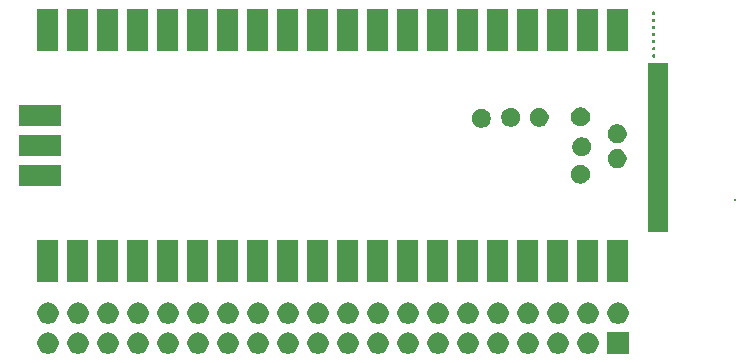
<source format=gbr>
G04 #@! TF.GenerationSoftware,KiCad,Pcbnew,5.1.5+dfsg1-2build2*
G04 #@! TF.CreationDate,2023-09-14T16:19:52+02:00*
G04 #@! TF.ProjectId,CCS_pico_board_2,4343535f-7069-4636-9f5f-626f6172645f,rev?*
G04 #@! TF.SameCoordinates,Original*
G04 #@! TF.FileFunction,Soldermask,Top*
G04 #@! TF.FilePolarity,Negative*
%FSLAX46Y46*%
G04 Gerber Fmt 4.6, Leading zero omitted, Abs format (unit mm)*
G04 Created by KiCad (PCBNEW 5.1.5+dfsg1-2build2) date 2023-09-14 16:19:52*
%MOMM*%
%LPD*%
G04 APERTURE LIST*
%ADD10C,0.100000*%
G04 APERTURE END LIST*
D10*
G36*
X85200000Y-94200000D02*
G01*
X83600000Y-94200000D01*
X83600000Y-80000000D01*
X85200000Y-80000000D01*
X85200000Y-94200000D01*
G37*
X85200000Y-94200000D02*
X83600000Y-94200000D01*
X83600000Y-80000000D01*
X85200000Y-80000000D01*
X85200000Y-94200000D01*
G36*
X32928512Y-102828927D02*
G01*
X33077812Y-102858624D01*
X33241784Y-102926544D01*
X33389354Y-103025147D01*
X33514853Y-103150646D01*
X33613456Y-103298216D01*
X33681376Y-103462188D01*
X33716000Y-103636259D01*
X33716000Y-103813741D01*
X33681376Y-103987812D01*
X33613456Y-104151784D01*
X33514853Y-104299354D01*
X33389354Y-104424853D01*
X33241784Y-104523456D01*
X33077812Y-104591376D01*
X32928512Y-104621073D01*
X32903742Y-104626000D01*
X32726258Y-104626000D01*
X32701488Y-104621073D01*
X32552188Y-104591376D01*
X32388216Y-104523456D01*
X32240646Y-104424853D01*
X32115147Y-104299354D01*
X32016544Y-104151784D01*
X31948624Y-103987812D01*
X31914000Y-103813741D01*
X31914000Y-103636259D01*
X31948624Y-103462188D01*
X32016544Y-103298216D01*
X32115147Y-103150646D01*
X32240646Y-103025147D01*
X32388216Y-102926544D01*
X32552188Y-102858624D01*
X32701488Y-102828927D01*
X32726258Y-102824000D01*
X32903742Y-102824000D01*
X32928512Y-102828927D01*
G37*
G36*
X58328512Y-102828927D02*
G01*
X58477812Y-102858624D01*
X58641784Y-102926544D01*
X58789354Y-103025147D01*
X58914853Y-103150646D01*
X59013456Y-103298216D01*
X59081376Y-103462188D01*
X59116000Y-103636259D01*
X59116000Y-103813741D01*
X59081376Y-103987812D01*
X59013456Y-104151784D01*
X58914853Y-104299354D01*
X58789354Y-104424853D01*
X58641784Y-104523456D01*
X58477812Y-104591376D01*
X58328512Y-104621073D01*
X58303742Y-104626000D01*
X58126258Y-104626000D01*
X58101488Y-104621073D01*
X57952188Y-104591376D01*
X57788216Y-104523456D01*
X57640646Y-104424853D01*
X57515147Y-104299354D01*
X57416544Y-104151784D01*
X57348624Y-103987812D01*
X57314000Y-103813741D01*
X57314000Y-103636259D01*
X57348624Y-103462188D01*
X57416544Y-103298216D01*
X57515147Y-103150646D01*
X57640646Y-103025147D01*
X57788216Y-102926544D01*
X57952188Y-102858624D01*
X58101488Y-102828927D01*
X58126258Y-102824000D01*
X58303742Y-102824000D01*
X58328512Y-102828927D01*
G37*
G36*
X81976000Y-104626000D02*
G01*
X80174000Y-104626000D01*
X80174000Y-102824000D01*
X81976000Y-102824000D01*
X81976000Y-104626000D01*
G37*
G36*
X76108512Y-102828927D02*
G01*
X76257812Y-102858624D01*
X76421784Y-102926544D01*
X76569354Y-103025147D01*
X76694853Y-103150646D01*
X76793456Y-103298216D01*
X76861376Y-103462188D01*
X76896000Y-103636259D01*
X76896000Y-103813741D01*
X76861376Y-103987812D01*
X76793456Y-104151784D01*
X76694853Y-104299354D01*
X76569354Y-104424853D01*
X76421784Y-104523456D01*
X76257812Y-104591376D01*
X76108512Y-104621073D01*
X76083742Y-104626000D01*
X75906258Y-104626000D01*
X75881488Y-104621073D01*
X75732188Y-104591376D01*
X75568216Y-104523456D01*
X75420646Y-104424853D01*
X75295147Y-104299354D01*
X75196544Y-104151784D01*
X75128624Y-103987812D01*
X75094000Y-103813741D01*
X75094000Y-103636259D01*
X75128624Y-103462188D01*
X75196544Y-103298216D01*
X75295147Y-103150646D01*
X75420646Y-103025147D01*
X75568216Y-102926544D01*
X75732188Y-102858624D01*
X75881488Y-102828927D01*
X75906258Y-102824000D01*
X76083742Y-102824000D01*
X76108512Y-102828927D01*
G37*
G36*
X73568512Y-102828927D02*
G01*
X73717812Y-102858624D01*
X73881784Y-102926544D01*
X74029354Y-103025147D01*
X74154853Y-103150646D01*
X74253456Y-103298216D01*
X74321376Y-103462188D01*
X74356000Y-103636259D01*
X74356000Y-103813741D01*
X74321376Y-103987812D01*
X74253456Y-104151784D01*
X74154853Y-104299354D01*
X74029354Y-104424853D01*
X73881784Y-104523456D01*
X73717812Y-104591376D01*
X73568512Y-104621073D01*
X73543742Y-104626000D01*
X73366258Y-104626000D01*
X73341488Y-104621073D01*
X73192188Y-104591376D01*
X73028216Y-104523456D01*
X72880646Y-104424853D01*
X72755147Y-104299354D01*
X72656544Y-104151784D01*
X72588624Y-103987812D01*
X72554000Y-103813741D01*
X72554000Y-103636259D01*
X72588624Y-103462188D01*
X72656544Y-103298216D01*
X72755147Y-103150646D01*
X72880646Y-103025147D01*
X73028216Y-102926544D01*
X73192188Y-102858624D01*
X73341488Y-102828927D01*
X73366258Y-102824000D01*
X73543742Y-102824000D01*
X73568512Y-102828927D01*
G37*
G36*
X71028512Y-102828927D02*
G01*
X71177812Y-102858624D01*
X71341784Y-102926544D01*
X71489354Y-103025147D01*
X71614853Y-103150646D01*
X71713456Y-103298216D01*
X71781376Y-103462188D01*
X71816000Y-103636259D01*
X71816000Y-103813741D01*
X71781376Y-103987812D01*
X71713456Y-104151784D01*
X71614853Y-104299354D01*
X71489354Y-104424853D01*
X71341784Y-104523456D01*
X71177812Y-104591376D01*
X71028512Y-104621073D01*
X71003742Y-104626000D01*
X70826258Y-104626000D01*
X70801488Y-104621073D01*
X70652188Y-104591376D01*
X70488216Y-104523456D01*
X70340646Y-104424853D01*
X70215147Y-104299354D01*
X70116544Y-104151784D01*
X70048624Y-103987812D01*
X70014000Y-103813741D01*
X70014000Y-103636259D01*
X70048624Y-103462188D01*
X70116544Y-103298216D01*
X70215147Y-103150646D01*
X70340646Y-103025147D01*
X70488216Y-102926544D01*
X70652188Y-102858624D01*
X70801488Y-102828927D01*
X70826258Y-102824000D01*
X71003742Y-102824000D01*
X71028512Y-102828927D01*
G37*
G36*
X68488512Y-102828927D02*
G01*
X68637812Y-102858624D01*
X68801784Y-102926544D01*
X68949354Y-103025147D01*
X69074853Y-103150646D01*
X69173456Y-103298216D01*
X69241376Y-103462188D01*
X69276000Y-103636259D01*
X69276000Y-103813741D01*
X69241376Y-103987812D01*
X69173456Y-104151784D01*
X69074853Y-104299354D01*
X68949354Y-104424853D01*
X68801784Y-104523456D01*
X68637812Y-104591376D01*
X68488512Y-104621073D01*
X68463742Y-104626000D01*
X68286258Y-104626000D01*
X68261488Y-104621073D01*
X68112188Y-104591376D01*
X67948216Y-104523456D01*
X67800646Y-104424853D01*
X67675147Y-104299354D01*
X67576544Y-104151784D01*
X67508624Y-103987812D01*
X67474000Y-103813741D01*
X67474000Y-103636259D01*
X67508624Y-103462188D01*
X67576544Y-103298216D01*
X67675147Y-103150646D01*
X67800646Y-103025147D01*
X67948216Y-102926544D01*
X68112188Y-102858624D01*
X68261488Y-102828927D01*
X68286258Y-102824000D01*
X68463742Y-102824000D01*
X68488512Y-102828927D01*
G37*
G36*
X65948512Y-102828927D02*
G01*
X66097812Y-102858624D01*
X66261784Y-102926544D01*
X66409354Y-103025147D01*
X66534853Y-103150646D01*
X66633456Y-103298216D01*
X66701376Y-103462188D01*
X66736000Y-103636259D01*
X66736000Y-103813741D01*
X66701376Y-103987812D01*
X66633456Y-104151784D01*
X66534853Y-104299354D01*
X66409354Y-104424853D01*
X66261784Y-104523456D01*
X66097812Y-104591376D01*
X65948512Y-104621073D01*
X65923742Y-104626000D01*
X65746258Y-104626000D01*
X65721488Y-104621073D01*
X65572188Y-104591376D01*
X65408216Y-104523456D01*
X65260646Y-104424853D01*
X65135147Y-104299354D01*
X65036544Y-104151784D01*
X64968624Y-103987812D01*
X64934000Y-103813741D01*
X64934000Y-103636259D01*
X64968624Y-103462188D01*
X65036544Y-103298216D01*
X65135147Y-103150646D01*
X65260646Y-103025147D01*
X65408216Y-102926544D01*
X65572188Y-102858624D01*
X65721488Y-102828927D01*
X65746258Y-102824000D01*
X65923742Y-102824000D01*
X65948512Y-102828927D01*
G37*
G36*
X63408512Y-102828927D02*
G01*
X63557812Y-102858624D01*
X63721784Y-102926544D01*
X63869354Y-103025147D01*
X63994853Y-103150646D01*
X64093456Y-103298216D01*
X64161376Y-103462188D01*
X64196000Y-103636259D01*
X64196000Y-103813741D01*
X64161376Y-103987812D01*
X64093456Y-104151784D01*
X63994853Y-104299354D01*
X63869354Y-104424853D01*
X63721784Y-104523456D01*
X63557812Y-104591376D01*
X63408512Y-104621073D01*
X63383742Y-104626000D01*
X63206258Y-104626000D01*
X63181488Y-104621073D01*
X63032188Y-104591376D01*
X62868216Y-104523456D01*
X62720646Y-104424853D01*
X62595147Y-104299354D01*
X62496544Y-104151784D01*
X62428624Y-103987812D01*
X62394000Y-103813741D01*
X62394000Y-103636259D01*
X62428624Y-103462188D01*
X62496544Y-103298216D01*
X62595147Y-103150646D01*
X62720646Y-103025147D01*
X62868216Y-102926544D01*
X63032188Y-102858624D01*
X63181488Y-102828927D01*
X63206258Y-102824000D01*
X63383742Y-102824000D01*
X63408512Y-102828927D01*
G37*
G36*
X60868512Y-102828927D02*
G01*
X61017812Y-102858624D01*
X61181784Y-102926544D01*
X61329354Y-103025147D01*
X61454853Y-103150646D01*
X61553456Y-103298216D01*
X61621376Y-103462188D01*
X61656000Y-103636259D01*
X61656000Y-103813741D01*
X61621376Y-103987812D01*
X61553456Y-104151784D01*
X61454853Y-104299354D01*
X61329354Y-104424853D01*
X61181784Y-104523456D01*
X61017812Y-104591376D01*
X60868512Y-104621073D01*
X60843742Y-104626000D01*
X60666258Y-104626000D01*
X60641488Y-104621073D01*
X60492188Y-104591376D01*
X60328216Y-104523456D01*
X60180646Y-104424853D01*
X60055147Y-104299354D01*
X59956544Y-104151784D01*
X59888624Y-103987812D01*
X59854000Y-103813741D01*
X59854000Y-103636259D01*
X59888624Y-103462188D01*
X59956544Y-103298216D01*
X60055147Y-103150646D01*
X60180646Y-103025147D01*
X60328216Y-102926544D01*
X60492188Y-102858624D01*
X60641488Y-102828927D01*
X60666258Y-102824000D01*
X60843742Y-102824000D01*
X60868512Y-102828927D01*
G37*
G36*
X78648512Y-102828927D02*
G01*
X78797812Y-102858624D01*
X78961784Y-102926544D01*
X79109354Y-103025147D01*
X79234853Y-103150646D01*
X79333456Y-103298216D01*
X79401376Y-103462188D01*
X79436000Y-103636259D01*
X79436000Y-103813741D01*
X79401376Y-103987812D01*
X79333456Y-104151784D01*
X79234853Y-104299354D01*
X79109354Y-104424853D01*
X78961784Y-104523456D01*
X78797812Y-104591376D01*
X78648512Y-104621073D01*
X78623742Y-104626000D01*
X78446258Y-104626000D01*
X78421488Y-104621073D01*
X78272188Y-104591376D01*
X78108216Y-104523456D01*
X77960646Y-104424853D01*
X77835147Y-104299354D01*
X77736544Y-104151784D01*
X77668624Y-103987812D01*
X77634000Y-103813741D01*
X77634000Y-103636259D01*
X77668624Y-103462188D01*
X77736544Y-103298216D01*
X77835147Y-103150646D01*
X77960646Y-103025147D01*
X78108216Y-102926544D01*
X78272188Y-102858624D01*
X78421488Y-102828927D01*
X78446258Y-102824000D01*
X78623742Y-102824000D01*
X78648512Y-102828927D01*
G37*
G36*
X53248512Y-102828927D02*
G01*
X53397812Y-102858624D01*
X53561784Y-102926544D01*
X53709354Y-103025147D01*
X53834853Y-103150646D01*
X53933456Y-103298216D01*
X54001376Y-103462188D01*
X54036000Y-103636259D01*
X54036000Y-103813741D01*
X54001376Y-103987812D01*
X53933456Y-104151784D01*
X53834853Y-104299354D01*
X53709354Y-104424853D01*
X53561784Y-104523456D01*
X53397812Y-104591376D01*
X53248512Y-104621073D01*
X53223742Y-104626000D01*
X53046258Y-104626000D01*
X53021488Y-104621073D01*
X52872188Y-104591376D01*
X52708216Y-104523456D01*
X52560646Y-104424853D01*
X52435147Y-104299354D01*
X52336544Y-104151784D01*
X52268624Y-103987812D01*
X52234000Y-103813741D01*
X52234000Y-103636259D01*
X52268624Y-103462188D01*
X52336544Y-103298216D01*
X52435147Y-103150646D01*
X52560646Y-103025147D01*
X52708216Y-102926544D01*
X52872188Y-102858624D01*
X53021488Y-102828927D01*
X53046258Y-102824000D01*
X53223742Y-102824000D01*
X53248512Y-102828927D01*
G37*
G36*
X55788512Y-102828927D02*
G01*
X55937812Y-102858624D01*
X56101784Y-102926544D01*
X56249354Y-103025147D01*
X56374853Y-103150646D01*
X56473456Y-103298216D01*
X56541376Y-103462188D01*
X56576000Y-103636259D01*
X56576000Y-103813741D01*
X56541376Y-103987812D01*
X56473456Y-104151784D01*
X56374853Y-104299354D01*
X56249354Y-104424853D01*
X56101784Y-104523456D01*
X55937812Y-104591376D01*
X55788512Y-104621073D01*
X55763742Y-104626000D01*
X55586258Y-104626000D01*
X55561488Y-104621073D01*
X55412188Y-104591376D01*
X55248216Y-104523456D01*
X55100646Y-104424853D01*
X54975147Y-104299354D01*
X54876544Y-104151784D01*
X54808624Y-103987812D01*
X54774000Y-103813741D01*
X54774000Y-103636259D01*
X54808624Y-103462188D01*
X54876544Y-103298216D01*
X54975147Y-103150646D01*
X55100646Y-103025147D01*
X55248216Y-102926544D01*
X55412188Y-102858624D01*
X55561488Y-102828927D01*
X55586258Y-102824000D01*
X55763742Y-102824000D01*
X55788512Y-102828927D01*
G37*
G36*
X35468512Y-102828927D02*
G01*
X35617812Y-102858624D01*
X35781784Y-102926544D01*
X35929354Y-103025147D01*
X36054853Y-103150646D01*
X36153456Y-103298216D01*
X36221376Y-103462188D01*
X36256000Y-103636259D01*
X36256000Y-103813741D01*
X36221376Y-103987812D01*
X36153456Y-104151784D01*
X36054853Y-104299354D01*
X35929354Y-104424853D01*
X35781784Y-104523456D01*
X35617812Y-104591376D01*
X35468512Y-104621073D01*
X35443742Y-104626000D01*
X35266258Y-104626000D01*
X35241488Y-104621073D01*
X35092188Y-104591376D01*
X34928216Y-104523456D01*
X34780646Y-104424853D01*
X34655147Y-104299354D01*
X34556544Y-104151784D01*
X34488624Y-103987812D01*
X34454000Y-103813741D01*
X34454000Y-103636259D01*
X34488624Y-103462188D01*
X34556544Y-103298216D01*
X34655147Y-103150646D01*
X34780646Y-103025147D01*
X34928216Y-102926544D01*
X35092188Y-102858624D01*
X35241488Y-102828927D01*
X35266258Y-102824000D01*
X35443742Y-102824000D01*
X35468512Y-102828927D01*
G37*
G36*
X38008512Y-102828927D02*
G01*
X38157812Y-102858624D01*
X38321784Y-102926544D01*
X38469354Y-103025147D01*
X38594853Y-103150646D01*
X38693456Y-103298216D01*
X38761376Y-103462188D01*
X38796000Y-103636259D01*
X38796000Y-103813741D01*
X38761376Y-103987812D01*
X38693456Y-104151784D01*
X38594853Y-104299354D01*
X38469354Y-104424853D01*
X38321784Y-104523456D01*
X38157812Y-104591376D01*
X38008512Y-104621073D01*
X37983742Y-104626000D01*
X37806258Y-104626000D01*
X37781488Y-104621073D01*
X37632188Y-104591376D01*
X37468216Y-104523456D01*
X37320646Y-104424853D01*
X37195147Y-104299354D01*
X37096544Y-104151784D01*
X37028624Y-103987812D01*
X36994000Y-103813741D01*
X36994000Y-103636259D01*
X37028624Y-103462188D01*
X37096544Y-103298216D01*
X37195147Y-103150646D01*
X37320646Y-103025147D01*
X37468216Y-102926544D01*
X37632188Y-102858624D01*
X37781488Y-102828927D01*
X37806258Y-102824000D01*
X37983742Y-102824000D01*
X38008512Y-102828927D01*
G37*
G36*
X40548512Y-102828927D02*
G01*
X40697812Y-102858624D01*
X40861784Y-102926544D01*
X41009354Y-103025147D01*
X41134853Y-103150646D01*
X41233456Y-103298216D01*
X41301376Y-103462188D01*
X41336000Y-103636259D01*
X41336000Y-103813741D01*
X41301376Y-103987812D01*
X41233456Y-104151784D01*
X41134853Y-104299354D01*
X41009354Y-104424853D01*
X40861784Y-104523456D01*
X40697812Y-104591376D01*
X40548512Y-104621073D01*
X40523742Y-104626000D01*
X40346258Y-104626000D01*
X40321488Y-104621073D01*
X40172188Y-104591376D01*
X40008216Y-104523456D01*
X39860646Y-104424853D01*
X39735147Y-104299354D01*
X39636544Y-104151784D01*
X39568624Y-103987812D01*
X39534000Y-103813741D01*
X39534000Y-103636259D01*
X39568624Y-103462188D01*
X39636544Y-103298216D01*
X39735147Y-103150646D01*
X39860646Y-103025147D01*
X40008216Y-102926544D01*
X40172188Y-102858624D01*
X40321488Y-102828927D01*
X40346258Y-102824000D01*
X40523742Y-102824000D01*
X40548512Y-102828927D01*
G37*
G36*
X43088512Y-102828927D02*
G01*
X43237812Y-102858624D01*
X43401784Y-102926544D01*
X43549354Y-103025147D01*
X43674853Y-103150646D01*
X43773456Y-103298216D01*
X43841376Y-103462188D01*
X43876000Y-103636259D01*
X43876000Y-103813741D01*
X43841376Y-103987812D01*
X43773456Y-104151784D01*
X43674853Y-104299354D01*
X43549354Y-104424853D01*
X43401784Y-104523456D01*
X43237812Y-104591376D01*
X43088512Y-104621073D01*
X43063742Y-104626000D01*
X42886258Y-104626000D01*
X42861488Y-104621073D01*
X42712188Y-104591376D01*
X42548216Y-104523456D01*
X42400646Y-104424853D01*
X42275147Y-104299354D01*
X42176544Y-104151784D01*
X42108624Y-103987812D01*
X42074000Y-103813741D01*
X42074000Y-103636259D01*
X42108624Y-103462188D01*
X42176544Y-103298216D01*
X42275147Y-103150646D01*
X42400646Y-103025147D01*
X42548216Y-102926544D01*
X42712188Y-102858624D01*
X42861488Y-102828927D01*
X42886258Y-102824000D01*
X43063742Y-102824000D01*
X43088512Y-102828927D01*
G37*
G36*
X45628512Y-102828927D02*
G01*
X45777812Y-102858624D01*
X45941784Y-102926544D01*
X46089354Y-103025147D01*
X46214853Y-103150646D01*
X46313456Y-103298216D01*
X46381376Y-103462188D01*
X46416000Y-103636259D01*
X46416000Y-103813741D01*
X46381376Y-103987812D01*
X46313456Y-104151784D01*
X46214853Y-104299354D01*
X46089354Y-104424853D01*
X45941784Y-104523456D01*
X45777812Y-104591376D01*
X45628512Y-104621073D01*
X45603742Y-104626000D01*
X45426258Y-104626000D01*
X45401488Y-104621073D01*
X45252188Y-104591376D01*
X45088216Y-104523456D01*
X44940646Y-104424853D01*
X44815147Y-104299354D01*
X44716544Y-104151784D01*
X44648624Y-103987812D01*
X44614000Y-103813741D01*
X44614000Y-103636259D01*
X44648624Y-103462188D01*
X44716544Y-103298216D01*
X44815147Y-103150646D01*
X44940646Y-103025147D01*
X45088216Y-102926544D01*
X45252188Y-102858624D01*
X45401488Y-102828927D01*
X45426258Y-102824000D01*
X45603742Y-102824000D01*
X45628512Y-102828927D01*
G37*
G36*
X48168512Y-102828927D02*
G01*
X48317812Y-102858624D01*
X48481784Y-102926544D01*
X48629354Y-103025147D01*
X48754853Y-103150646D01*
X48853456Y-103298216D01*
X48921376Y-103462188D01*
X48956000Y-103636259D01*
X48956000Y-103813741D01*
X48921376Y-103987812D01*
X48853456Y-104151784D01*
X48754853Y-104299354D01*
X48629354Y-104424853D01*
X48481784Y-104523456D01*
X48317812Y-104591376D01*
X48168512Y-104621073D01*
X48143742Y-104626000D01*
X47966258Y-104626000D01*
X47941488Y-104621073D01*
X47792188Y-104591376D01*
X47628216Y-104523456D01*
X47480646Y-104424853D01*
X47355147Y-104299354D01*
X47256544Y-104151784D01*
X47188624Y-103987812D01*
X47154000Y-103813741D01*
X47154000Y-103636259D01*
X47188624Y-103462188D01*
X47256544Y-103298216D01*
X47355147Y-103150646D01*
X47480646Y-103025147D01*
X47628216Y-102926544D01*
X47792188Y-102858624D01*
X47941488Y-102828927D01*
X47966258Y-102824000D01*
X48143742Y-102824000D01*
X48168512Y-102828927D01*
G37*
G36*
X50708512Y-102828927D02*
G01*
X50857812Y-102858624D01*
X51021784Y-102926544D01*
X51169354Y-103025147D01*
X51294853Y-103150646D01*
X51393456Y-103298216D01*
X51461376Y-103462188D01*
X51496000Y-103636259D01*
X51496000Y-103813741D01*
X51461376Y-103987812D01*
X51393456Y-104151784D01*
X51294853Y-104299354D01*
X51169354Y-104424853D01*
X51021784Y-104523456D01*
X50857812Y-104591376D01*
X50708512Y-104621073D01*
X50683742Y-104626000D01*
X50506258Y-104626000D01*
X50481488Y-104621073D01*
X50332188Y-104591376D01*
X50168216Y-104523456D01*
X50020646Y-104424853D01*
X49895147Y-104299354D01*
X49796544Y-104151784D01*
X49728624Y-103987812D01*
X49694000Y-103813741D01*
X49694000Y-103636259D01*
X49728624Y-103462188D01*
X49796544Y-103298216D01*
X49895147Y-103150646D01*
X50020646Y-103025147D01*
X50168216Y-102926544D01*
X50332188Y-102858624D01*
X50481488Y-102828927D01*
X50506258Y-102824000D01*
X50683742Y-102824000D01*
X50708512Y-102828927D01*
G37*
G36*
X78648512Y-100288927D02*
G01*
X78797812Y-100318624D01*
X78961784Y-100386544D01*
X79109354Y-100485147D01*
X79234853Y-100610646D01*
X79333456Y-100758216D01*
X79401376Y-100922188D01*
X79436000Y-101096259D01*
X79436000Y-101273741D01*
X79401376Y-101447812D01*
X79333456Y-101611784D01*
X79234853Y-101759354D01*
X79109354Y-101884853D01*
X78961784Y-101983456D01*
X78797812Y-102051376D01*
X78648512Y-102081073D01*
X78623742Y-102086000D01*
X78446258Y-102086000D01*
X78421488Y-102081073D01*
X78272188Y-102051376D01*
X78108216Y-101983456D01*
X77960646Y-101884853D01*
X77835147Y-101759354D01*
X77736544Y-101611784D01*
X77668624Y-101447812D01*
X77634000Y-101273741D01*
X77634000Y-101096259D01*
X77668624Y-100922188D01*
X77736544Y-100758216D01*
X77835147Y-100610646D01*
X77960646Y-100485147D01*
X78108216Y-100386544D01*
X78272188Y-100318624D01*
X78421488Y-100288927D01*
X78446258Y-100284000D01*
X78623742Y-100284000D01*
X78648512Y-100288927D01*
G37*
G36*
X73568512Y-100288927D02*
G01*
X73717812Y-100318624D01*
X73881784Y-100386544D01*
X74029354Y-100485147D01*
X74154853Y-100610646D01*
X74253456Y-100758216D01*
X74321376Y-100922188D01*
X74356000Y-101096259D01*
X74356000Y-101273741D01*
X74321376Y-101447812D01*
X74253456Y-101611784D01*
X74154853Y-101759354D01*
X74029354Y-101884853D01*
X73881784Y-101983456D01*
X73717812Y-102051376D01*
X73568512Y-102081073D01*
X73543742Y-102086000D01*
X73366258Y-102086000D01*
X73341488Y-102081073D01*
X73192188Y-102051376D01*
X73028216Y-101983456D01*
X72880646Y-101884853D01*
X72755147Y-101759354D01*
X72656544Y-101611784D01*
X72588624Y-101447812D01*
X72554000Y-101273741D01*
X72554000Y-101096259D01*
X72588624Y-100922188D01*
X72656544Y-100758216D01*
X72755147Y-100610646D01*
X72880646Y-100485147D01*
X73028216Y-100386544D01*
X73192188Y-100318624D01*
X73341488Y-100288927D01*
X73366258Y-100284000D01*
X73543742Y-100284000D01*
X73568512Y-100288927D01*
G37*
G36*
X71028512Y-100288927D02*
G01*
X71177812Y-100318624D01*
X71341784Y-100386544D01*
X71489354Y-100485147D01*
X71614853Y-100610646D01*
X71713456Y-100758216D01*
X71781376Y-100922188D01*
X71816000Y-101096259D01*
X71816000Y-101273741D01*
X71781376Y-101447812D01*
X71713456Y-101611784D01*
X71614853Y-101759354D01*
X71489354Y-101884853D01*
X71341784Y-101983456D01*
X71177812Y-102051376D01*
X71028512Y-102081073D01*
X71003742Y-102086000D01*
X70826258Y-102086000D01*
X70801488Y-102081073D01*
X70652188Y-102051376D01*
X70488216Y-101983456D01*
X70340646Y-101884853D01*
X70215147Y-101759354D01*
X70116544Y-101611784D01*
X70048624Y-101447812D01*
X70014000Y-101273741D01*
X70014000Y-101096259D01*
X70048624Y-100922188D01*
X70116544Y-100758216D01*
X70215147Y-100610646D01*
X70340646Y-100485147D01*
X70488216Y-100386544D01*
X70652188Y-100318624D01*
X70801488Y-100288927D01*
X70826258Y-100284000D01*
X71003742Y-100284000D01*
X71028512Y-100288927D01*
G37*
G36*
X68488512Y-100288927D02*
G01*
X68637812Y-100318624D01*
X68801784Y-100386544D01*
X68949354Y-100485147D01*
X69074853Y-100610646D01*
X69173456Y-100758216D01*
X69241376Y-100922188D01*
X69276000Y-101096259D01*
X69276000Y-101273741D01*
X69241376Y-101447812D01*
X69173456Y-101611784D01*
X69074853Y-101759354D01*
X68949354Y-101884853D01*
X68801784Y-101983456D01*
X68637812Y-102051376D01*
X68488512Y-102081073D01*
X68463742Y-102086000D01*
X68286258Y-102086000D01*
X68261488Y-102081073D01*
X68112188Y-102051376D01*
X67948216Y-101983456D01*
X67800646Y-101884853D01*
X67675147Y-101759354D01*
X67576544Y-101611784D01*
X67508624Y-101447812D01*
X67474000Y-101273741D01*
X67474000Y-101096259D01*
X67508624Y-100922188D01*
X67576544Y-100758216D01*
X67675147Y-100610646D01*
X67800646Y-100485147D01*
X67948216Y-100386544D01*
X68112188Y-100318624D01*
X68261488Y-100288927D01*
X68286258Y-100284000D01*
X68463742Y-100284000D01*
X68488512Y-100288927D01*
G37*
G36*
X65948512Y-100288927D02*
G01*
X66097812Y-100318624D01*
X66261784Y-100386544D01*
X66409354Y-100485147D01*
X66534853Y-100610646D01*
X66633456Y-100758216D01*
X66701376Y-100922188D01*
X66736000Y-101096259D01*
X66736000Y-101273741D01*
X66701376Y-101447812D01*
X66633456Y-101611784D01*
X66534853Y-101759354D01*
X66409354Y-101884853D01*
X66261784Y-101983456D01*
X66097812Y-102051376D01*
X65948512Y-102081073D01*
X65923742Y-102086000D01*
X65746258Y-102086000D01*
X65721488Y-102081073D01*
X65572188Y-102051376D01*
X65408216Y-101983456D01*
X65260646Y-101884853D01*
X65135147Y-101759354D01*
X65036544Y-101611784D01*
X64968624Y-101447812D01*
X64934000Y-101273741D01*
X64934000Y-101096259D01*
X64968624Y-100922188D01*
X65036544Y-100758216D01*
X65135147Y-100610646D01*
X65260646Y-100485147D01*
X65408216Y-100386544D01*
X65572188Y-100318624D01*
X65721488Y-100288927D01*
X65746258Y-100284000D01*
X65923742Y-100284000D01*
X65948512Y-100288927D01*
G37*
G36*
X63408512Y-100288927D02*
G01*
X63557812Y-100318624D01*
X63721784Y-100386544D01*
X63869354Y-100485147D01*
X63994853Y-100610646D01*
X64093456Y-100758216D01*
X64161376Y-100922188D01*
X64196000Y-101096259D01*
X64196000Y-101273741D01*
X64161376Y-101447812D01*
X64093456Y-101611784D01*
X63994853Y-101759354D01*
X63869354Y-101884853D01*
X63721784Y-101983456D01*
X63557812Y-102051376D01*
X63408512Y-102081073D01*
X63383742Y-102086000D01*
X63206258Y-102086000D01*
X63181488Y-102081073D01*
X63032188Y-102051376D01*
X62868216Y-101983456D01*
X62720646Y-101884853D01*
X62595147Y-101759354D01*
X62496544Y-101611784D01*
X62428624Y-101447812D01*
X62394000Y-101273741D01*
X62394000Y-101096259D01*
X62428624Y-100922188D01*
X62496544Y-100758216D01*
X62595147Y-100610646D01*
X62720646Y-100485147D01*
X62868216Y-100386544D01*
X63032188Y-100318624D01*
X63181488Y-100288927D01*
X63206258Y-100284000D01*
X63383742Y-100284000D01*
X63408512Y-100288927D01*
G37*
G36*
X60868512Y-100288927D02*
G01*
X61017812Y-100318624D01*
X61181784Y-100386544D01*
X61329354Y-100485147D01*
X61454853Y-100610646D01*
X61553456Y-100758216D01*
X61621376Y-100922188D01*
X61656000Y-101096259D01*
X61656000Y-101273741D01*
X61621376Y-101447812D01*
X61553456Y-101611784D01*
X61454853Y-101759354D01*
X61329354Y-101884853D01*
X61181784Y-101983456D01*
X61017812Y-102051376D01*
X60868512Y-102081073D01*
X60843742Y-102086000D01*
X60666258Y-102086000D01*
X60641488Y-102081073D01*
X60492188Y-102051376D01*
X60328216Y-101983456D01*
X60180646Y-101884853D01*
X60055147Y-101759354D01*
X59956544Y-101611784D01*
X59888624Y-101447812D01*
X59854000Y-101273741D01*
X59854000Y-101096259D01*
X59888624Y-100922188D01*
X59956544Y-100758216D01*
X60055147Y-100610646D01*
X60180646Y-100485147D01*
X60328216Y-100386544D01*
X60492188Y-100318624D01*
X60641488Y-100288927D01*
X60666258Y-100284000D01*
X60843742Y-100284000D01*
X60868512Y-100288927D01*
G37*
G36*
X58328512Y-100288927D02*
G01*
X58477812Y-100318624D01*
X58641784Y-100386544D01*
X58789354Y-100485147D01*
X58914853Y-100610646D01*
X59013456Y-100758216D01*
X59081376Y-100922188D01*
X59116000Y-101096259D01*
X59116000Y-101273741D01*
X59081376Y-101447812D01*
X59013456Y-101611784D01*
X58914853Y-101759354D01*
X58789354Y-101884853D01*
X58641784Y-101983456D01*
X58477812Y-102051376D01*
X58328512Y-102081073D01*
X58303742Y-102086000D01*
X58126258Y-102086000D01*
X58101488Y-102081073D01*
X57952188Y-102051376D01*
X57788216Y-101983456D01*
X57640646Y-101884853D01*
X57515147Y-101759354D01*
X57416544Y-101611784D01*
X57348624Y-101447812D01*
X57314000Y-101273741D01*
X57314000Y-101096259D01*
X57348624Y-100922188D01*
X57416544Y-100758216D01*
X57515147Y-100610646D01*
X57640646Y-100485147D01*
X57788216Y-100386544D01*
X57952188Y-100318624D01*
X58101488Y-100288927D01*
X58126258Y-100284000D01*
X58303742Y-100284000D01*
X58328512Y-100288927D01*
G37*
G36*
X55788512Y-100288927D02*
G01*
X55937812Y-100318624D01*
X56101784Y-100386544D01*
X56249354Y-100485147D01*
X56374853Y-100610646D01*
X56473456Y-100758216D01*
X56541376Y-100922188D01*
X56576000Y-101096259D01*
X56576000Y-101273741D01*
X56541376Y-101447812D01*
X56473456Y-101611784D01*
X56374853Y-101759354D01*
X56249354Y-101884853D01*
X56101784Y-101983456D01*
X55937812Y-102051376D01*
X55788512Y-102081073D01*
X55763742Y-102086000D01*
X55586258Y-102086000D01*
X55561488Y-102081073D01*
X55412188Y-102051376D01*
X55248216Y-101983456D01*
X55100646Y-101884853D01*
X54975147Y-101759354D01*
X54876544Y-101611784D01*
X54808624Y-101447812D01*
X54774000Y-101273741D01*
X54774000Y-101096259D01*
X54808624Y-100922188D01*
X54876544Y-100758216D01*
X54975147Y-100610646D01*
X55100646Y-100485147D01*
X55248216Y-100386544D01*
X55412188Y-100318624D01*
X55561488Y-100288927D01*
X55586258Y-100284000D01*
X55763742Y-100284000D01*
X55788512Y-100288927D01*
G37*
G36*
X53248512Y-100288927D02*
G01*
X53397812Y-100318624D01*
X53561784Y-100386544D01*
X53709354Y-100485147D01*
X53834853Y-100610646D01*
X53933456Y-100758216D01*
X54001376Y-100922188D01*
X54036000Y-101096259D01*
X54036000Y-101273741D01*
X54001376Y-101447812D01*
X53933456Y-101611784D01*
X53834853Y-101759354D01*
X53709354Y-101884853D01*
X53561784Y-101983456D01*
X53397812Y-102051376D01*
X53248512Y-102081073D01*
X53223742Y-102086000D01*
X53046258Y-102086000D01*
X53021488Y-102081073D01*
X52872188Y-102051376D01*
X52708216Y-101983456D01*
X52560646Y-101884853D01*
X52435147Y-101759354D01*
X52336544Y-101611784D01*
X52268624Y-101447812D01*
X52234000Y-101273741D01*
X52234000Y-101096259D01*
X52268624Y-100922188D01*
X52336544Y-100758216D01*
X52435147Y-100610646D01*
X52560646Y-100485147D01*
X52708216Y-100386544D01*
X52872188Y-100318624D01*
X53021488Y-100288927D01*
X53046258Y-100284000D01*
X53223742Y-100284000D01*
X53248512Y-100288927D01*
G37*
G36*
X32928512Y-100288927D02*
G01*
X33077812Y-100318624D01*
X33241784Y-100386544D01*
X33389354Y-100485147D01*
X33514853Y-100610646D01*
X33613456Y-100758216D01*
X33681376Y-100922188D01*
X33716000Y-101096259D01*
X33716000Y-101273741D01*
X33681376Y-101447812D01*
X33613456Y-101611784D01*
X33514853Y-101759354D01*
X33389354Y-101884853D01*
X33241784Y-101983456D01*
X33077812Y-102051376D01*
X32928512Y-102081073D01*
X32903742Y-102086000D01*
X32726258Y-102086000D01*
X32701488Y-102081073D01*
X32552188Y-102051376D01*
X32388216Y-101983456D01*
X32240646Y-101884853D01*
X32115147Y-101759354D01*
X32016544Y-101611784D01*
X31948624Y-101447812D01*
X31914000Y-101273741D01*
X31914000Y-101096259D01*
X31948624Y-100922188D01*
X32016544Y-100758216D01*
X32115147Y-100610646D01*
X32240646Y-100485147D01*
X32388216Y-100386544D01*
X32552188Y-100318624D01*
X32701488Y-100288927D01*
X32726258Y-100284000D01*
X32903742Y-100284000D01*
X32928512Y-100288927D01*
G37*
G36*
X48168512Y-100288927D02*
G01*
X48317812Y-100318624D01*
X48481784Y-100386544D01*
X48629354Y-100485147D01*
X48754853Y-100610646D01*
X48853456Y-100758216D01*
X48921376Y-100922188D01*
X48956000Y-101096259D01*
X48956000Y-101273741D01*
X48921376Y-101447812D01*
X48853456Y-101611784D01*
X48754853Y-101759354D01*
X48629354Y-101884853D01*
X48481784Y-101983456D01*
X48317812Y-102051376D01*
X48168512Y-102081073D01*
X48143742Y-102086000D01*
X47966258Y-102086000D01*
X47941488Y-102081073D01*
X47792188Y-102051376D01*
X47628216Y-101983456D01*
X47480646Y-101884853D01*
X47355147Y-101759354D01*
X47256544Y-101611784D01*
X47188624Y-101447812D01*
X47154000Y-101273741D01*
X47154000Y-101096259D01*
X47188624Y-100922188D01*
X47256544Y-100758216D01*
X47355147Y-100610646D01*
X47480646Y-100485147D01*
X47628216Y-100386544D01*
X47792188Y-100318624D01*
X47941488Y-100288927D01*
X47966258Y-100284000D01*
X48143742Y-100284000D01*
X48168512Y-100288927D01*
G37*
G36*
X76108512Y-100288927D02*
G01*
X76257812Y-100318624D01*
X76421784Y-100386544D01*
X76569354Y-100485147D01*
X76694853Y-100610646D01*
X76793456Y-100758216D01*
X76861376Y-100922188D01*
X76896000Y-101096259D01*
X76896000Y-101273741D01*
X76861376Y-101447812D01*
X76793456Y-101611784D01*
X76694853Y-101759354D01*
X76569354Y-101884853D01*
X76421784Y-101983456D01*
X76257812Y-102051376D01*
X76108512Y-102081073D01*
X76083742Y-102086000D01*
X75906258Y-102086000D01*
X75881488Y-102081073D01*
X75732188Y-102051376D01*
X75568216Y-101983456D01*
X75420646Y-101884853D01*
X75295147Y-101759354D01*
X75196544Y-101611784D01*
X75128624Y-101447812D01*
X75094000Y-101273741D01*
X75094000Y-101096259D01*
X75128624Y-100922188D01*
X75196544Y-100758216D01*
X75295147Y-100610646D01*
X75420646Y-100485147D01*
X75568216Y-100386544D01*
X75732188Y-100318624D01*
X75881488Y-100288927D01*
X75906258Y-100284000D01*
X76083742Y-100284000D01*
X76108512Y-100288927D01*
G37*
G36*
X81188512Y-100288927D02*
G01*
X81337812Y-100318624D01*
X81501784Y-100386544D01*
X81649354Y-100485147D01*
X81774853Y-100610646D01*
X81873456Y-100758216D01*
X81941376Y-100922188D01*
X81976000Y-101096259D01*
X81976000Y-101273741D01*
X81941376Y-101447812D01*
X81873456Y-101611784D01*
X81774853Y-101759354D01*
X81649354Y-101884853D01*
X81501784Y-101983456D01*
X81337812Y-102051376D01*
X81188512Y-102081073D01*
X81163742Y-102086000D01*
X80986258Y-102086000D01*
X80961488Y-102081073D01*
X80812188Y-102051376D01*
X80648216Y-101983456D01*
X80500646Y-101884853D01*
X80375147Y-101759354D01*
X80276544Y-101611784D01*
X80208624Y-101447812D01*
X80174000Y-101273741D01*
X80174000Y-101096259D01*
X80208624Y-100922188D01*
X80276544Y-100758216D01*
X80375147Y-100610646D01*
X80500646Y-100485147D01*
X80648216Y-100386544D01*
X80812188Y-100318624D01*
X80961488Y-100288927D01*
X80986258Y-100284000D01*
X81163742Y-100284000D01*
X81188512Y-100288927D01*
G37*
G36*
X45628512Y-100288927D02*
G01*
X45777812Y-100318624D01*
X45941784Y-100386544D01*
X46089354Y-100485147D01*
X46214853Y-100610646D01*
X46313456Y-100758216D01*
X46381376Y-100922188D01*
X46416000Y-101096259D01*
X46416000Y-101273741D01*
X46381376Y-101447812D01*
X46313456Y-101611784D01*
X46214853Y-101759354D01*
X46089354Y-101884853D01*
X45941784Y-101983456D01*
X45777812Y-102051376D01*
X45628512Y-102081073D01*
X45603742Y-102086000D01*
X45426258Y-102086000D01*
X45401488Y-102081073D01*
X45252188Y-102051376D01*
X45088216Y-101983456D01*
X44940646Y-101884853D01*
X44815147Y-101759354D01*
X44716544Y-101611784D01*
X44648624Y-101447812D01*
X44614000Y-101273741D01*
X44614000Y-101096259D01*
X44648624Y-100922188D01*
X44716544Y-100758216D01*
X44815147Y-100610646D01*
X44940646Y-100485147D01*
X45088216Y-100386544D01*
X45252188Y-100318624D01*
X45401488Y-100288927D01*
X45426258Y-100284000D01*
X45603742Y-100284000D01*
X45628512Y-100288927D01*
G37*
G36*
X35468512Y-100288927D02*
G01*
X35617812Y-100318624D01*
X35781784Y-100386544D01*
X35929354Y-100485147D01*
X36054853Y-100610646D01*
X36153456Y-100758216D01*
X36221376Y-100922188D01*
X36256000Y-101096259D01*
X36256000Y-101273741D01*
X36221376Y-101447812D01*
X36153456Y-101611784D01*
X36054853Y-101759354D01*
X35929354Y-101884853D01*
X35781784Y-101983456D01*
X35617812Y-102051376D01*
X35468512Y-102081073D01*
X35443742Y-102086000D01*
X35266258Y-102086000D01*
X35241488Y-102081073D01*
X35092188Y-102051376D01*
X34928216Y-101983456D01*
X34780646Y-101884853D01*
X34655147Y-101759354D01*
X34556544Y-101611784D01*
X34488624Y-101447812D01*
X34454000Y-101273741D01*
X34454000Y-101096259D01*
X34488624Y-100922188D01*
X34556544Y-100758216D01*
X34655147Y-100610646D01*
X34780646Y-100485147D01*
X34928216Y-100386544D01*
X35092188Y-100318624D01*
X35241488Y-100288927D01*
X35266258Y-100284000D01*
X35443742Y-100284000D01*
X35468512Y-100288927D01*
G37*
G36*
X43088512Y-100288927D02*
G01*
X43237812Y-100318624D01*
X43401784Y-100386544D01*
X43549354Y-100485147D01*
X43674853Y-100610646D01*
X43773456Y-100758216D01*
X43841376Y-100922188D01*
X43876000Y-101096259D01*
X43876000Y-101273741D01*
X43841376Y-101447812D01*
X43773456Y-101611784D01*
X43674853Y-101759354D01*
X43549354Y-101884853D01*
X43401784Y-101983456D01*
X43237812Y-102051376D01*
X43088512Y-102081073D01*
X43063742Y-102086000D01*
X42886258Y-102086000D01*
X42861488Y-102081073D01*
X42712188Y-102051376D01*
X42548216Y-101983456D01*
X42400646Y-101884853D01*
X42275147Y-101759354D01*
X42176544Y-101611784D01*
X42108624Y-101447812D01*
X42074000Y-101273741D01*
X42074000Y-101096259D01*
X42108624Y-100922188D01*
X42176544Y-100758216D01*
X42275147Y-100610646D01*
X42400646Y-100485147D01*
X42548216Y-100386544D01*
X42712188Y-100318624D01*
X42861488Y-100288927D01*
X42886258Y-100284000D01*
X43063742Y-100284000D01*
X43088512Y-100288927D01*
G37*
G36*
X38008512Y-100288927D02*
G01*
X38157812Y-100318624D01*
X38321784Y-100386544D01*
X38469354Y-100485147D01*
X38594853Y-100610646D01*
X38693456Y-100758216D01*
X38761376Y-100922188D01*
X38796000Y-101096259D01*
X38796000Y-101273741D01*
X38761376Y-101447812D01*
X38693456Y-101611784D01*
X38594853Y-101759354D01*
X38469354Y-101884853D01*
X38321784Y-101983456D01*
X38157812Y-102051376D01*
X38008512Y-102081073D01*
X37983742Y-102086000D01*
X37806258Y-102086000D01*
X37781488Y-102081073D01*
X37632188Y-102051376D01*
X37468216Y-101983456D01*
X37320646Y-101884853D01*
X37195147Y-101759354D01*
X37096544Y-101611784D01*
X37028624Y-101447812D01*
X36994000Y-101273741D01*
X36994000Y-101096259D01*
X37028624Y-100922188D01*
X37096544Y-100758216D01*
X37195147Y-100610646D01*
X37320646Y-100485147D01*
X37468216Y-100386544D01*
X37632188Y-100318624D01*
X37781488Y-100288927D01*
X37806258Y-100284000D01*
X37983742Y-100284000D01*
X38008512Y-100288927D01*
G37*
G36*
X40548512Y-100288927D02*
G01*
X40697812Y-100318624D01*
X40861784Y-100386544D01*
X41009354Y-100485147D01*
X41134853Y-100610646D01*
X41233456Y-100758216D01*
X41301376Y-100922188D01*
X41336000Y-101096259D01*
X41336000Y-101273741D01*
X41301376Y-101447812D01*
X41233456Y-101611784D01*
X41134853Y-101759354D01*
X41009354Y-101884853D01*
X40861784Y-101983456D01*
X40697812Y-102051376D01*
X40548512Y-102081073D01*
X40523742Y-102086000D01*
X40346258Y-102086000D01*
X40321488Y-102081073D01*
X40172188Y-102051376D01*
X40008216Y-101983456D01*
X39860646Y-101884853D01*
X39735147Y-101759354D01*
X39636544Y-101611784D01*
X39568624Y-101447812D01*
X39534000Y-101273741D01*
X39534000Y-101096259D01*
X39568624Y-100922188D01*
X39636544Y-100758216D01*
X39735147Y-100610646D01*
X39860646Y-100485147D01*
X40008216Y-100386544D01*
X40172188Y-100318624D01*
X40321488Y-100288927D01*
X40346258Y-100284000D01*
X40523742Y-100284000D01*
X40548512Y-100288927D01*
G37*
G36*
X50708512Y-100288927D02*
G01*
X50857812Y-100318624D01*
X51021784Y-100386544D01*
X51169354Y-100485147D01*
X51294853Y-100610646D01*
X51393456Y-100758216D01*
X51461376Y-100922188D01*
X51496000Y-101096259D01*
X51496000Y-101273741D01*
X51461376Y-101447812D01*
X51393456Y-101611784D01*
X51294853Y-101759354D01*
X51169354Y-101884853D01*
X51021784Y-101983456D01*
X50857812Y-102051376D01*
X50708512Y-102081073D01*
X50683742Y-102086000D01*
X50506258Y-102086000D01*
X50481488Y-102081073D01*
X50332188Y-102051376D01*
X50168216Y-101983456D01*
X50020646Y-101884853D01*
X49895147Y-101759354D01*
X49796544Y-101611784D01*
X49728624Y-101447812D01*
X49694000Y-101273741D01*
X49694000Y-101096259D01*
X49728624Y-100922188D01*
X49796544Y-100758216D01*
X49895147Y-100610646D01*
X50020646Y-100485147D01*
X50168216Y-100386544D01*
X50332188Y-100318624D01*
X50481488Y-100288927D01*
X50506258Y-100284000D01*
X50683742Y-100284000D01*
X50708512Y-100288927D01*
G37*
G36*
X33700020Y-98586000D02*
G01*
X31898020Y-98586000D01*
X31898020Y-94984000D01*
X33700020Y-94984000D01*
X33700020Y-98586000D01*
G37*
G36*
X61640020Y-98586000D02*
G01*
X59838020Y-98586000D01*
X59838020Y-94984000D01*
X61640020Y-94984000D01*
X61640020Y-98586000D01*
G37*
G36*
X64180020Y-98586000D02*
G01*
X62378020Y-98586000D01*
X62378020Y-94984000D01*
X64180020Y-94984000D01*
X64180020Y-98586000D01*
G37*
G36*
X66720020Y-98586000D02*
G01*
X64918020Y-98586000D01*
X64918020Y-94984000D01*
X66720020Y-94984000D01*
X66720020Y-98586000D01*
G37*
G36*
X69260020Y-98586000D02*
G01*
X67458020Y-98586000D01*
X67458020Y-94984000D01*
X69260020Y-94984000D01*
X69260020Y-98586000D01*
G37*
G36*
X71800020Y-98586000D02*
G01*
X69998020Y-98586000D01*
X69998020Y-94984000D01*
X71800020Y-94984000D01*
X71800020Y-98586000D01*
G37*
G36*
X74340020Y-98586000D02*
G01*
X72538020Y-98586000D01*
X72538020Y-94984000D01*
X74340020Y-94984000D01*
X74340020Y-98586000D01*
G37*
G36*
X76880020Y-98586000D02*
G01*
X75078020Y-98586000D01*
X75078020Y-94984000D01*
X76880020Y-94984000D01*
X76880020Y-98586000D01*
G37*
G36*
X79420020Y-98586000D02*
G01*
X77618020Y-98586000D01*
X77618020Y-94984000D01*
X79420020Y-94984000D01*
X79420020Y-98586000D01*
G37*
G36*
X81960020Y-98586000D02*
G01*
X80158020Y-98586000D01*
X80158020Y-94984000D01*
X81960020Y-94984000D01*
X81960020Y-98586000D01*
G37*
G36*
X54020020Y-98586000D02*
G01*
X52218020Y-98586000D01*
X52218020Y-94984000D01*
X54020020Y-94984000D01*
X54020020Y-98586000D01*
G37*
G36*
X59100020Y-98586000D02*
G01*
X57298020Y-98586000D01*
X57298020Y-94984000D01*
X59100020Y-94984000D01*
X59100020Y-98586000D01*
G37*
G36*
X56560020Y-98586000D02*
G01*
X54758020Y-98586000D01*
X54758020Y-94984000D01*
X56560020Y-94984000D01*
X56560020Y-98586000D01*
G37*
G36*
X51480020Y-98586000D02*
G01*
X49678020Y-98586000D01*
X49678020Y-94984000D01*
X51480020Y-94984000D01*
X51480020Y-98586000D01*
G37*
G36*
X48940020Y-98586000D02*
G01*
X47138020Y-98586000D01*
X47138020Y-94984000D01*
X48940020Y-94984000D01*
X48940020Y-98586000D01*
G37*
G36*
X46400020Y-98586000D02*
G01*
X44598020Y-98586000D01*
X44598020Y-94984000D01*
X46400020Y-94984000D01*
X46400020Y-98586000D01*
G37*
G36*
X43860020Y-98586000D02*
G01*
X42058020Y-98586000D01*
X42058020Y-94984000D01*
X43860020Y-94984000D01*
X43860020Y-98586000D01*
G37*
G36*
X41320020Y-98586000D02*
G01*
X39518020Y-98586000D01*
X39518020Y-94984000D01*
X41320020Y-94984000D01*
X41320020Y-98586000D01*
G37*
G36*
X38780020Y-98586000D02*
G01*
X36978020Y-98586000D01*
X36978020Y-94984000D01*
X38780020Y-94984000D01*
X38780020Y-98586000D01*
G37*
G36*
X36240020Y-98586000D02*
G01*
X34438020Y-98586000D01*
X34438020Y-94984000D01*
X36240020Y-94984000D01*
X36240020Y-98586000D01*
G37*
G36*
X91029461Y-91502881D02*
G01*
X91047844Y-91510496D01*
X91064379Y-91521544D01*
X91064381Y-91521546D01*
X91064384Y-91521548D01*
X91078452Y-91535616D01*
X91078454Y-91535619D01*
X91078456Y-91535621D01*
X91089504Y-91552156D01*
X91097119Y-91570539D01*
X91101000Y-91590051D01*
X91101000Y-91609949D01*
X91097119Y-91629461D01*
X91089504Y-91647844D01*
X91078456Y-91664379D01*
X91078454Y-91664381D01*
X91078452Y-91664384D01*
X91064384Y-91678452D01*
X91064381Y-91678454D01*
X91064379Y-91678456D01*
X91047844Y-91689504D01*
X91029461Y-91697119D01*
X91009949Y-91701000D01*
X90990051Y-91701000D01*
X90970539Y-91697119D01*
X90952156Y-91689504D01*
X90935621Y-91678456D01*
X90935619Y-91678454D01*
X90935616Y-91678452D01*
X90921548Y-91664384D01*
X90921546Y-91664381D01*
X90921544Y-91664379D01*
X90910496Y-91647844D01*
X90902881Y-91629461D01*
X90899000Y-91609949D01*
X90899000Y-91590051D01*
X90902881Y-91570539D01*
X90910496Y-91552156D01*
X90921544Y-91535621D01*
X90921546Y-91535619D01*
X90921548Y-91535616D01*
X90935616Y-91521548D01*
X90935619Y-91521546D01*
X90935621Y-91521544D01*
X90952156Y-91510496D01*
X90970539Y-91502881D01*
X90990051Y-91499000D01*
X91009949Y-91499000D01*
X91029461Y-91502881D01*
G37*
G36*
X33930020Y-90436000D02*
G01*
X30328020Y-90436000D01*
X30328020Y-88634000D01*
X33930020Y-88634000D01*
X33930020Y-90436000D01*
G37*
G36*
X78132662Y-88649781D02*
G01*
X78278434Y-88710162D01*
X78278436Y-88710163D01*
X78409628Y-88797822D01*
X78521198Y-88909392D01*
X78608857Y-89040584D01*
X78608858Y-89040586D01*
X78669239Y-89186358D01*
X78700020Y-89341107D01*
X78700020Y-89498893D01*
X78669239Y-89653642D01*
X78608858Y-89799414D01*
X78608857Y-89799416D01*
X78521198Y-89930608D01*
X78409628Y-90042178D01*
X78278436Y-90129837D01*
X78278435Y-90129838D01*
X78278434Y-90129838D01*
X78132662Y-90190219D01*
X77977913Y-90221000D01*
X77820127Y-90221000D01*
X77665378Y-90190219D01*
X77519606Y-90129838D01*
X77519605Y-90129838D01*
X77519604Y-90129837D01*
X77388412Y-90042178D01*
X77276842Y-89930608D01*
X77189183Y-89799416D01*
X77189182Y-89799414D01*
X77128801Y-89653642D01*
X77098020Y-89498893D01*
X77098020Y-89341107D01*
X77128801Y-89186358D01*
X77189182Y-89040586D01*
X77189183Y-89040584D01*
X77276842Y-88909392D01*
X77388412Y-88797822D01*
X77519604Y-88710163D01*
X77519606Y-88710162D01*
X77665378Y-88649781D01*
X77820127Y-88619000D01*
X77977913Y-88619000D01*
X78132662Y-88649781D01*
G37*
G36*
X81233642Y-87329781D02*
G01*
X81379414Y-87390162D01*
X81379416Y-87390163D01*
X81510608Y-87477822D01*
X81622178Y-87589392D01*
X81709837Y-87720584D01*
X81709838Y-87720586D01*
X81770219Y-87866358D01*
X81801000Y-88021107D01*
X81801000Y-88178893D01*
X81770219Y-88333642D01*
X81709838Y-88479414D01*
X81709837Y-88479416D01*
X81622178Y-88610608D01*
X81510608Y-88722178D01*
X81379416Y-88809837D01*
X81379415Y-88809838D01*
X81379414Y-88809838D01*
X81233642Y-88870219D01*
X81078893Y-88901000D01*
X80921107Y-88901000D01*
X80766358Y-88870219D01*
X80620586Y-88809838D01*
X80620585Y-88809838D01*
X80620584Y-88809837D01*
X80489392Y-88722178D01*
X80377822Y-88610608D01*
X80290163Y-88479416D01*
X80290162Y-88479414D01*
X80229781Y-88333642D01*
X80199000Y-88178893D01*
X80199000Y-88021107D01*
X80229781Y-87866358D01*
X80290162Y-87720586D01*
X80290163Y-87720584D01*
X80377822Y-87589392D01*
X80489392Y-87477822D01*
X80620584Y-87390163D01*
X80620586Y-87390162D01*
X80766358Y-87329781D01*
X80921107Y-87299000D01*
X81078893Y-87299000D01*
X81233642Y-87329781D01*
G37*
G36*
X78233642Y-86329781D02*
G01*
X78379414Y-86390162D01*
X78379416Y-86390163D01*
X78510608Y-86477822D01*
X78622178Y-86589392D01*
X78709837Y-86720584D01*
X78709838Y-86720586D01*
X78770219Y-86866358D01*
X78801000Y-87021107D01*
X78801000Y-87178893D01*
X78770219Y-87333642D01*
X78746807Y-87390163D01*
X78709837Y-87479416D01*
X78622178Y-87610608D01*
X78510608Y-87722178D01*
X78379416Y-87809837D01*
X78379415Y-87809838D01*
X78379414Y-87809838D01*
X78233642Y-87870219D01*
X78078893Y-87901000D01*
X77921107Y-87901000D01*
X77766358Y-87870219D01*
X77620586Y-87809838D01*
X77620585Y-87809838D01*
X77620584Y-87809837D01*
X77489392Y-87722178D01*
X77377822Y-87610608D01*
X77290163Y-87479416D01*
X77253193Y-87390163D01*
X77229781Y-87333642D01*
X77199000Y-87178893D01*
X77199000Y-87021107D01*
X77229781Y-86866358D01*
X77290162Y-86720586D01*
X77290163Y-86720584D01*
X77377822Y-86589392D01*
X77489392Y-86477822D01*
X77620584Y-86390163D01*
X77620586Y-86390162D01*
X77766358Y-86329781D01*
X77921107Y-86299000D01*
X78078893Y-86299000D01*
X78233642Y-86329781D01*
G37*
G36*
X33930020Y-87896000D02*
G01*
X30328020Y-87896000D01*
X30328020Y-86094000D01*
X33930020Y-86094000D01*
X33930020Y-87896000D01*
G37*
G36*
X81233642Y-85229781D02*
G01*
X81379414Y-85290162D01*
X81379416Y-85290163D01*
X81510608Y-85377822D01*
X81622178Y-85489392D01*
X81629934Y-85501000D01*
X81709838Y-85620586D01*
X81770219Y-85766358D01*
X81801000Y-85921107D01*
X81801000Y-86078893D01*
X81770219Y-86233642D01*
X81730396Y-86329782D01*
X81709837Y-86379416D01*
X81622178Y-86510608D01*
X81510608Y-86622178D01*
X81379416Y-86709837D01*
X81379415Y-86709838D01*
X81379414Y-86709838D01*
X81233642Y-86770219D01*
X81078893Y-86801000D01*
X80921107Y-86801000D01*
X80766358Y-86770219D01*
X80620586Y-86709838D01*
X80620585Y-86709838D01*
X80620584Y-86709837D01*
X80489392Y-86622178D01*
X80377822Y-86510608D01*
X80290163Y-86379416D01*
X80269604Y-86329782D01*
X80229781Y-86233642D01*
X80199000Y-86078893D01*
X80199000Y-85921107D01*
X80229781Y-85766358D01*
X80290162Y-85620586D01*
X80370066Y-85501000D01*
X80377822Y-85489392D01*
X80489392Y-85377822D01*
X80620584Y-85290163D01*
X80620586Y-85290162D01*
X80766358Y-85229781D01*
X80921107Y-85199000D01*
X81078893Y-85199000D01*
X81233642Y-85229781D01*
G37*
G36*
X69733642Y-83929781D02*
G01*
X69879414Y-83990162D01*
X69879416Y-83990163D01*
X70010608Y-84077822D01*
X70122178Y-84189392D01*
X70209837Y-84320584D01*
X70209838Y-84320586D01*
X70270219Y-84466358D01*
X70301000Y-84621107D01*
X70301000Y-84778893D01*
X70270219Y-84933642D01*
X70209838Y-85079414D01*
X70209837Y-85079416D01*
X70122178Y-85210608D01*
X70010608Y-85322178D01*
X69879416Y-85409837D01*
X69879415Y-85409838D01*
X69879414Y-85409838D01*
X69733642Y-85470219D01*
X69578893Y-85501000D01*
X69421107Y-85501000D01*
X69266358Y-85470219D01*
X69120586Y-85409838D01*
X69120585Y-85409838D01*
X69120584Y-85409837D01*
X68989392Y-85322178D01*
X68877822Y-85210608D01*
X68790163Y-85079416D01*
X68790162Y-85079414D01*
X68729781Y-84933642D01*
X68699000Y-84778893D01*
X68699000Y-84621107D01*
X68729781Y-84466358D01*
X68790162Y-84320586D01*
X68790163Y-84320584D01*
X68877822Y-84189392D01*
X68989392Y-84077822D01*
X69120584Y-83990163D01*
X69120586Y-83990162D01*
X69266358Y-83929781D01*
X69421107Y-83899000D01*
X69578893Y-83899000D01*
X69733642Y-83929781D01*
G37*
G36*
X72233642Y-83829781D02*
G01*
X72356440Y-83880646D01*
X72379416Y-83890163D01*
X72510608Y-83977822D01*
X72622178Y-84089392D01*
X72709837Y-84220584D01*
X72709838Y-84220586D01*
X72770219Y-84366358D01*
X72801000Y-84521107D01*
X72801000Y-84678893D01*
X72770219Y-84833642D01*
X72709838Y-84979414D01*
X72709837Y-84979416D01*
X72622178Y-85110608D01*
X72510608Y-85222178D01*
X72379416Y-85309837D01*
X72379415Y-85309838D01*
X72379414Y-85309838D01*
X72233642Y-85370219D01*
X72078893Y-85401000D01*
X71921107Y-85401000D01*
X71766358Y-85370219D01*
X71620586Y-85309838D01*
X71620585Y-85309838D01*
X71620584Y-85309837D01*
X71489392Y-85222178D01*
X71377822Y-85110608D01*
X71290163Y-84979416D01*
X71290162Y-84979414D01*
X71229781Y-84833642D01*
X71199000Y-84678893D01*
X71199000Y-84521107D01*
X71229781Y-84366358D01*
X71290162Y-84220586D01*
X71290163Y-84220584D01*
X71377822Y-84089392D01*
X71489392Y-83977822D01*
X71620584Y-83890163D01*
X71643560Y-83880646D01*
X71766358Y-83829781D01*
X71921107Y-83799000D01*
X72078893Y-83799000D01*
X72233642Y-83829781D01*
G37*
G36*
X74633642Y-83829781D02*
G01*
X74756440Y-83880646D01*
X74779416Y-83890163D01*
X74910608Y-83977822D01*
X75022178Y-84089392D01*
X75109837Y-84220584D01*
X75109838Y-84220586D01*
X75170219Y-84366358D01*
X75201000Y-84521107D01*
X75201000Y-84678893D01*
X75170219Y-84833642D01*
X75109838Y-84979414D01*
X75109837Y-84979416D01*
X75022178Y-85110608D01*
X74910608Y-85222178D01*
X74779416Y-85309837D01*
X74779415Y-85309838D01*
X74779414Y-85309838D01*
X74633642Y-85370219D01*
X74478893Y-85401000D01*
X74321107Y-85401000D01*
X74166358Y-85370219D01*
X74020586Y-85309838D01*
X74020585Y-85309838D01*
X74020584Y-85309837D01*
X73889392Y-85222178D01*
X73777822Y-85110608D01*
X73690163Y-84979416D01*
X73690162Y-84979414D01*
X73629781Y-84833642D01*
X73599000Y-84678893D01*
X73599000Y-84521107D01*
X73629781Y-84366358D01*
X73690162Y-84220586D01*
X73690163Y-84220584D01*
X73777822Y-84089392D01*
X73889392Y-83977822D01*
X74020584Y-83890163D01*
X74043560Y-83880646D01*
X74166358Y-83829781D01*
X74321107Y-83799000D01*
X74478893Y-83799000D01*
X74633642Y-83829781D01*
G37*
G36*
X78132662Y-83799781D02*
G01*
X78278434Y-83860162D01*
X78278436Y-83860163D01*
X78409628Y-83947822D01*
X78521198Y-84059392D01*
X78608061Y-84189393D01*
X78608858Y-84190586D01*
X78669239Y-84336358D01*
X78700020Y-84491107D01*
X78700020Y-84648893D01*
X78669239Y-84803642D01*
X78608858Y-84949414D01*
X78608857Y-84949416D01*
X78521198Y-85080608D01*
X78409628Y-85192178D01*
X78278436Y-85279837D01*
X78278435Y-85279838D01*
X78278434Y-85279838D01*
X78132662Y-85340219D01*
X77977913Y-85371000D01*
X77820127Y-85371000D01*
X77665378Y-85340219D01*
X77519606Y-85279838D01*
X77519605Y-85279838D01*
X77519604Y-85279837D01*
X77388412Y-85192178D01*
X77276842Y-85080608D01*
X77189183Y-84949416D01*
X77189182Y-84949414D01*
X77128801Y-84803642D01*
X77098020Y-84648893D01*
X77098020Y-84491107D01*
X77128801Y-84336358D01*
X77189182Y-84190586D01*
X77189979Y-84189393D01*
X77276842Y-84059392D01*
X77388412Y-83947822D01*
X77519604Y-83860163D01*
X77519606Y-83860162D01*
X77665378Y-83799781D01*
X77820127Y-83769000D01*
X77977913Y-83769000D01*
X78132662Y-83799781D01*
G37*
G36*
X33930020Y-85356000D02*
G01*
X30328020Y-85356000D01*
X30328020Y-83554000D01*
X33930020Y-83554000D01*
X33930020Y-85356000D01*
G37*
G36*
X84144045Y-79254802D02*
G01*
X84171525Y-79266185D01*
X84196257Y-79282710D01*
X84217290Y-79303743D01*
X84233815Y-79328475D01*
X84245198Y-79355955D01*
X84251000Y-79385128D01*
X84251000Y-79414872D01*
X84245198Y-79444045D01*
X84233815Y-79471525D01*
X84217290Y-79496257D01*
X84196257Y-79517290D01*
X84171525Y-79533815D01*
X84144045Y-79545198D01*
X84114872Y-79551000D01*
X84085128Y-79551000D01*
X84055955Y-79545198D01*
X84028475Y-79533815D01*
X84003743Y-79517290D01*
X83982710Y-79496257D01*
X83966185Y-79471525D01*
X83954802Y-79444045D01*
X83949000Y-79414872D01*
X83949000Y-79385128D01*
X83954802Y-79355955D01*
X83966185Y-79328475D01*
X83982710Y-79303743D01*
X84003743Y-79282710D01*
X84028475Y-79266185D01*
X84055955Y-79254802D01*
X84085128Y-79249000D01*
X84114872Y-79249000D01*
X84144045Y-79254802D01*
G37*
G36*
X59100020Y-79006000D02*
G01*
X57298020Y-79006000D01*
X57298020Y-75404000D01*
X59100020Y-75404000D01*
X59100020Y-79006000D01*
G37*
G36*
X81960020Y-79006000D02*
G01*
X80158020Y-79006000D01*
X80158020Y-75404000D01*
X81960020Y-75404000D01*
X81960020Y-79006000D01*
G37*
G36*
X61640020Y-79006000D02*
G01*
X59838020Y-79006000D01*
X59838020Y-75404000D01*
X61640020Y-75404000D01*
X61640020Y-79006000D01*
G37*
G36*
X56560020Y-79006000D02*
G01*
X54758020Y-79006000D01*
X54758020Y-75404000D01*
X56560020Y-75404000D01*
X56560020Y-79006000D01*
G37*
G36*
X54020020Y-79006000D02*
G01*
X52218020Y-79006000D01*
X52218020Y-75404000D01*
X54020020Y-75404000D01*
X54020020Y-79006000D01*
G37*
G36*
X51480020Y-79006000D02*
G01*
X49678020Y-79006000D01*
X49678020Y-75404000D01*
X51480020Y-75404000D01*
X51480020Y-79006000D01*
G37*
G36*
X48940020Y-79006000D02*
G01*
X47138020Y-79006000D01*
X47138020Y-75404000D01*
X48940020Y-75404000D01*
X48940020Y-79006000D01*
G37*
G36*
X46400020Y-79006000D02*
G01*
X44598020Y-79006000D01*
X44598020Y-75404000D01*
X46400020Y-75404000D01*
X46400020Y-79006000D01*
G37*
G36*
X43860020Y-79006000D02*
G01*
X42058020Y-79006000D01*
X42058020Y-75404000D01*
X43860020Y-75404000D01*
X43860020Y-79006000D01*
G37*
G36*
X41320020Y-79006000D02*
G01*
X39518020Y-79006000D01*
X39518020Y-75404000D01*
X41320020Y-75404000D01*
X41320020Y-79006000D01*
G37*
G36*
X38780020Y-79006000D02*
G01*
X36978020Y-79006000D01*
X36978020Y-75404000D01*
X38780020Y-75404000D01*
X38780020Y-79006000D01*
G37*
G36*
X36240020Y-79006000D02*
G01*
X34438020Y-79006000D01*
X34438020Y-75404000D01*
X36240020Y-75404000D01*
X36240020Y-79006000D01*
G37*
G36*
X64180020Y-79006000D02*
G01*
X62378020Y-79006000D01*
X62378020Y-75404000D01*
X64180020Y-75404000D01*
X64180020Y-79006000D01*
G37*
G36*
X66720020Y-79006000D02*
G01*
X64918020Y-79006000D01*
X64918020Y-75404000D01*
X66720020Y-75404000D01*
X66720020Y-79006000D01*
G37*
G36*
X69260020Y-79006000D02*
G01*
X67458020Y-79006000D01*
X67458020Y-75404000D01*
X69260020Y-75404000D01*
X69260020Y-79006000D01*
G37*
G36*
X71800020Y-79006000D02*
G01*
X69998020Y-79006000D01*
X69998020Y-75404000D01*
X71800020Y-75404000D01*
X71800020Y-79006000D01*
G37*
G36*
X74340020Y-79006000D02*
G01*
X72538020Y-79006000D01*
X72538020Y-75404000D01*
X74340020Y-75404000D01*
X74340020Y-79006000D01*
G37*
G36*
X76880020Y-79006000D02*
G01*
X75078020Y-79006000D01*
X75078020Y-75404000D01*
X76880020Y-75404000D01*
X76880020Y-79006000D01*
G37*
G36*
X79420020Y-79006000D02*
G01*
X77618020Y-79006000D01*
X77618020Y-75404000D01*
X79420020Y-75404000D01*
X79420020Y-79006000D01*
G37*
G36*
X33700020Y-79006000D02*
G01*
X31898020Y-79006000D01*
X31898020Y-75404000D01*
X33700020Y-75404000D01*
X33700020Y-79006000D01*
G37*
G36*
X84144045Y-78654802D02*
G01*
X84171525Y-78666185D01*
X84196257Y-78682710D01*
X84217290Y-78703743D01*
X84233815Y-78728475D01*
X84245198Y-78755955D01*
X84251000Y-78785128D01*
X84251000Y-78814872D01*
X84245198Y-78844045D01*
X84233815Y-78871525D01*
X84217290Y-78896257D01*
X84196257Y-78917290D01*
X84171525Y-78933815D01*
X84144045Y-78945198D01*
X84114872Y-78951000D01*
X84085128Y-78951000D01*
X84055955Y-78945198D01*
X84028475Y-78933815D01*
X84003743Y-78917290D01*
X83982710Y-78896257D01*
X83966185Y-78871525D01*
X83954802Y-78844045D01*
X83949000Y-78814872D01*
X83949000Y-78785128D01*
X83954802Y-78755955D01*
X83966185Y-78728475D01*
X83982710Y-78703743D01*
X84003743Y-78682710D01*
X84028475Y-78666185D01*
X84055955Y-78654802D01*
X84085128Y-78649000D01*
X84114872Y-78649000D01*
X84144045Y-78654802D01*
G37*
G36*
X84144045Y-78054802D02*
G01*
X84171525Y-78066185D01*
X84196257Y-78082710D01*
X84217290Y-78103743D01*
X84233815Y-78128475D01*
X84245198Y-78155955D01*
X84251000Y-78185128D01*
X84251000Y-78214872D01*
X84245198Y-78244045D01*
X84233815Y-78271525D01*
X84217290Y-78296257D01*
X84196257Y-78317290D01*
X84171525Y-78333815D01*
X84144045Y-78345198D01*
X84114872Y-78351000D01*
X84085128Y-78351000D01*
X84055955Y-78345198D01*
X84028475Y-78333815D01*
X84003743Y-78317290D01*
X83982710Y-78296257D01*
X83966185Y-78271525D01*
X83954802Y-78244045D01*
X83949000Y-78214872D01*
X83949000Y-78185128D01*
X83954802Y-78155955D01*
X83966185Y-78128475D01*
X83982710Y-78103743D01*
X84003743Y-78082710D01*
X84028475Y-78066185D01*
X84055955Y-78054802D01*
X84085128Y-78049000D01*
X84114872Y-78049000D01*
X84144045Y-78054802D01*
G37*
G36*
X84144045Y-77454802D02*
G01*
X84171525Y-77466185D01*
X84196257Y-77482710D01*
X84217290Y-77503743D01*
X84233815Y-77528475D01*
X84245198Y-77555955D01*
X84251000Y-77585128D01*
X84251000Y-77614872D01*
X84245198Y-77644045D01*
X84233815Y-77671525D01*
X84217290Y-77696257D01*
X84196257Y-77717290D01*
X84171525Y-77733815D01*
X84144045Y-77745198D01*
X84114872Y-77751000D01*
X84085128Y-77751000D01*
X84055955Y-77745198D01*
X84028475Y-77733815D01*
X84003743Y-77717290D01*
X83982710Y-77696257D01*
X83966185Y-77671525D01*
X83954802Y-77644045D01*
X83949000Y-77614872D01*
X83949000Y-77585128D01*
X83954802Y-77555955D01*
X83966185Y-77528475D01*
X83982710Y-77503743D01*
X84003743Y-77482710D01*
X84028475Y-77466185D01*
X84055955Y-77454802D01*
X84085128Y-77449000D01*
X84114872Y-77449000D01*
X84144045Y-77454802D01*
G37*
G36*
X84144045Y-76854802D02*
G01*
X84171525Y-76866185D01*
X84196257Y-76882710D01*
X84217290Y-76903743D01*
X84233815Y-76928475D01*
X84245198Y-76955955D01*
X84251000Y-76985128D01*
X84251000Y-77014872D01*
X84245198Y-77044045D01*
X84233815Y-77071525D01*
X84217290Y-77096257D01*
X84196257Y-77117290D01*
X84171525Y-77133815D01*
X84144045Y-77145198D01*
X84114872Y-77151000D01*
X84085128Y-77151000D01*
X84055955Y-77145198D01*
X84028475Y-77133815D01*
X84003743Y-77117290D01*
X83982710Y-77096257D01*
X83966185Y-77071525D01*
X83954802Y-77044045D01*
X83949000Y-77014872D01*
X83949000Y-76985128D01*
X83954802Y-76955955D01*
X83966185Y-76928475D01*
X83982710Y-76903743D01*
X84003743Y-76882710D01*
X84028475Y-76866185D01*
X84055955Y-76854802D01*
X84085128Y-76849000D01*
X84114872Y-76849000D01*
X84144045Y-76854802D01*
G37*
G36*
X84144045Y-76254802D02*
G01*
X84171525Y-76266185D01*
X84196257Y-76282710D01*
X84217290Y-76303743D01*
X84233815Y-76328475D01*
X84245198Y-76355955D01*
X84251000Y-76385128D01*
X84251000Y-76414872D01*
X84245198Y-76444045D01*
X84233815Y-76471525D01*
X84217290Y-76496257D01*
X84196257Y-76517290D01*
X84171525Y-76533815D01*
X84144045Y-76545198D01*
X84114872Y-76551000D01*
X84085128Y-76551000D01*
X84055955Y-76545198D01*
X84028475Y-76533815D01*
X84003743Y-76517290D01*
X83982710Y-76496257D01*
X83966185Y-76471525D01*
X83954802Y-76444045D01*
X83949000Y-76414872D01*
X83949000Y-76385128D01*
X83954802Y-76355955D01*
X83966185Y-76328475D01*
X83982710Y-76303743D01*
X84003743Y-76282710D01*
X84028475Y-76266185D01*
X84055955Y-76254802D01*
X84085128Y-76249000D01*
X84114872Y-76249000D01*
X84144045Y-76254802D01*
G37*
G36*
X84144045Y-75654802D02*
G01*
X84171525Y-75666185D01*
X84196257Y-75682710D01*
X84217290Y-75703743D01*
X84233815Y-75728475D01*
X84245198Y-75755955D01*
X84251000Y-75785128D01*
X84251000Y-75814872D01*
X84245198Y-75844045D01*
X84233815Y-75871525D01*
X84217290Y-75896257D01*
X84196257Y-75917290D01*
X84171525Y-75933815D01*
X84144045Y-75945198D01*
X84114872Y-75951000D01*
X84085128Y-75951000D01*
X84055955Y-75945198D01*
X84028475Y-75933815D01*
X84003743Y-75917290D01*
X83982710Y-75896257D01*
X83966185Y-75871525D01*
X83954802Y-75844045D01*
X83949000Y-75814872D01*
X83949000Y-75785128D01*
X83954802Y-75755955D01*
X83966185Y-75728475D01*
X83982710Y-75703743D01*
X84003743Y-75682710D01*
X84028475Y-75666185D01*
X84055955Y-75654802D01*
X84085128Y-75649000D01*
X84114872Y-75649000D01*
X84144045Y-75654802D01*
G37*
M02*

</source>
